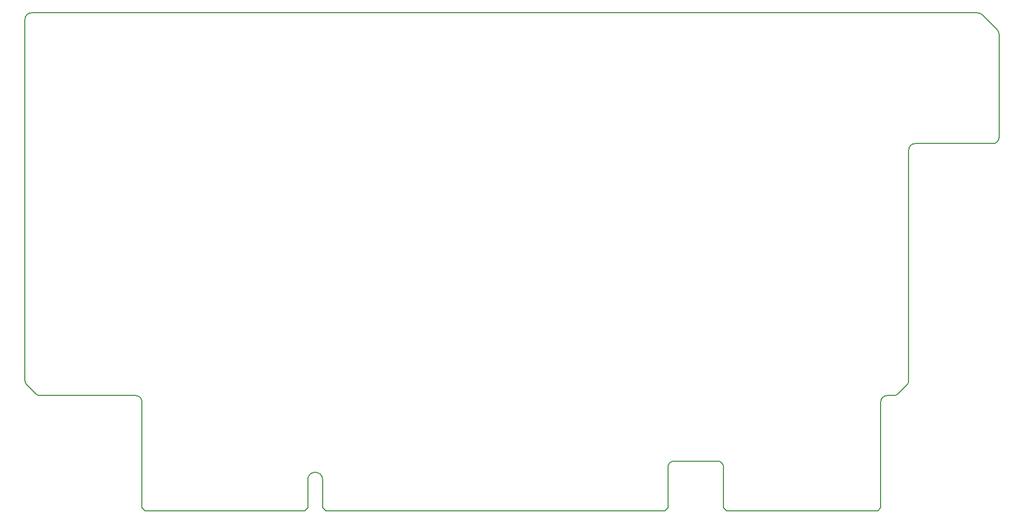
<source format=gbr>
G04 #@! TF.GenerationSoftware,KiCad,Pcbnew,(5.1.6)-1*
G04 #@! TF.CreationDate,2021-11-02T14:31:17+01:00*
G04 #@! TF.ProjectId,Riser Tioga Pass 2OU 2xPCIe x16,52697365-7220-4546-996f-676120506173,rev?*
G04 #@! TF.SameCoordinates,PX328b740PY3211620*
G04 #@! TF.FileFunction,Profile,NP*
%FSLAX46Y46*%
G04 Gerber Fmt 4.6, Leading zero omitted, Abs format (unit mm)*
G04 Created by KiCad (PCBNEW (5.1.6)-1) date 2021-11-02 14:31:17*
%MOMM*%
%LPD*%
G01*
G04 APERTURE LIST*
G04 #@! TA.AperFunction,Profile*
%ADD10C,0.200000*%
G04 #@! TD*
G04 APERTURE END LIST*
D10*
X100220000Y-70480000D02*
G75*
G02*
X101220000Y-69480000I1000000J0D01*
G01*
X100220000Y-76980000D02*
X100220000Y-70480000D01*
X44790000Y-76700577D02*
X44790000Y-76980000D01*
X45290000Y-77480000D02*
X44790000Y-76980000D01*
X99715000Y-77480000D02*
X45290000Y-77480000D01*
X100220000Y-76980000D02*
X99715000Y-77480000D01*
X109165000Y-76700577D02*
X109165000Y-76980000D01*
X109665152Y-77480000D02*
X109165000Y-76980000D01*
X133915000Y-77480000D02*
X109665152Y-77480000D01*
X134405000Y-76980000D02*
X133915000Y-77480000D01*
X134405000Y-76980000D02*
X134405000Y-76700577D01*
X42390000Y-76700577D02*
X42390000Y-72480000D01*
X-1292893Y-58667136D02*
X-2707107Y-57252923D01*
X-585765Y-58960021D02*
G75*
G02*
X-1292893Y-58667136I-21J1000021D01*
G01*
X-585786Y-58960000D02*
X14765000Y-58960000D01*
X14765000Y-58960000D02*
G75*
G02*
X15765000Y-59960000I0J-1000000D01*
G01*
X15765000Y-59960030D02*
X15765000Y-76700577D01*
X42390000Y-72480000D02*
G75*
G02*
X44790000Y-72480000I1200000J0D01*
G01*
X44790000Y-72480000D02*
X44790000Y-76700577D01*
X101220000Y-69480000D02*
X108165000Y-69480000D01*
X108165000Y-69480000D02*
G75*
G02*
X109165000Y-70480000I0J-1000000D01*
G01*
X109165000Y-70480000D02*
X109165000Y-76700577D01*
X134405000Y-76700577D02*
X134405000Y-59960030D01*
X134405000Y-59960030D02*
G75*
G02*
X135405000Y-58960030I1000000J0D01*
G01*
X135405000Y-58960030D02*
X136485787Y-58960030D01*
X137192894Y-58667137D02*
G75*
G02*
X136485787Y-58960030I-707107J707107D01*
G01*
X138607107Y-57252923D02*
X137192893Y-58667136D01*
X138900000Y-56545816D02*
G75*
G02*
X138607107Y-57252923I-1000000J0D01*
G01*
X138900000Y-56545816D02*
X138900000Y-19495000D01*
X138900000Y-19495000D02*
G75*
G02*
X139900000Y-18495000I1000000J0D01*
G01*
X139900000Y-18495000D02*
X152400000Y-18495000D01*
X153400000Y-17495000D02*
G75*
G02*
X152400000Y-18495000I-1000000J0D01*
G01*
X153400000Y-914213D02*
X153400000Y-17495000D01*
X153107107Y-207106D02*
G75*
G02*
X153400000Y-914213I-707107J-707107D01*
G01*
X150692893Y2207107D02*
X153107107Y-207106D01*
X149985786Y2500000D02*
G75*
G02*
X150692893Y2207107I1J-1000000D01*
G01*
X-2000000Y2500000D02*
X149985787Y2500000D01*
X-3000000Y1500000D02*
G75*
G02*
X-2000000Y2500000I1000000J0D01*
G01*
X-3000000Y-56545816D02*
X-3000000Y1500000D01*
X-2707107Y-57252923D02*
G75*
G02*
X-3000000Y-56545816I707107J707107D01*
G01*
X15765000Y-76700577D02*
X15765000Y-76980000D01*
X16265000Y-77480000D02*
X15765000Y-76980000D01*
X41890000Y-77480000D02*
X16265000Y-77480000D01*
X42390000Y-76980000D02*
X41890000Y-77480000D01*
X42390000Y-76980000D02*
X42390000Y-76700577D01*
M02*

</source>
